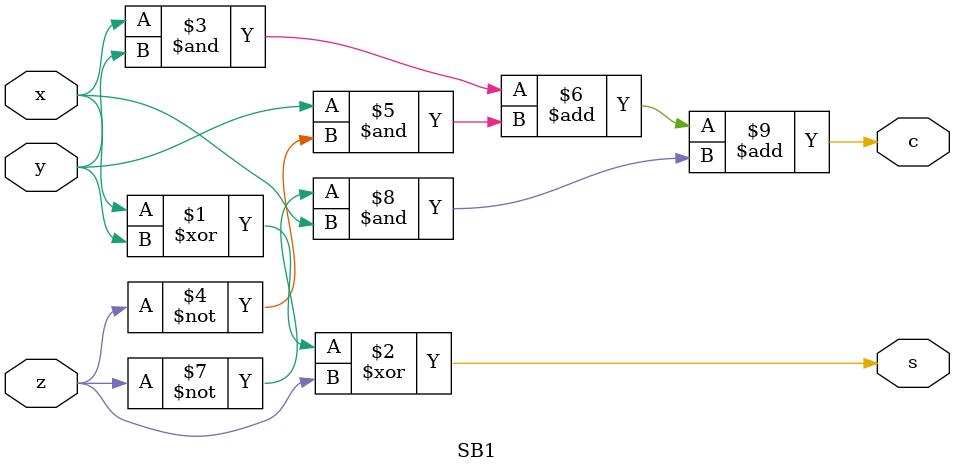
<source format=v>
`timescale 1ns / 1ps

module signed_arrayMul(a,b,s
    );
input [3:0] a,b;
output [7:0] s;

wire c1,c2,c3,c4,c5,c6,c7,c8,c9,c10,c11;
wire s1,s2,s3,s4,s5,s6;
wire p00,p10,p20,p30,p01,p11,p21,p31,p02,p12,p22,p32,p03,p13,p23,p33;

assign p00 = a[0] & b[0];  assign p01 = a[0] & b[1];
assign p10 = a[1] & b[0];  assign p11 = a[1] & b[1];
assign p20 = a[2] & b[0];  assign p21 = a[2] & b[1];
assign p30 = a[3] & b[0];  assign p31 = a[3] & b[1];

assign p02 = a[0] & b[2];  assign p03 = a[0] & b[3];
assign p12 = a[1] & b[2];  assign p13 = a[1] & b[3];
assign p22 = a[2] & b[2];  assign p23 = a[2] & b[3];
assign p32 = a[3] & b[2];  assign p33 = a[3] & b[3];

assign s[0] = p00;

fa m1(p10,1'b0,p01,s[1],c1);
fa m2(p20,1'b0,p11,s1,c2);
SB1 m3(p30,1'b0,p21,s2,c3);

fa m12(s1,c1,p02,s[2],c4);
SB1 m4(s2,c2,p12,s3,c5);
SB1 m5(p31,c3,p22,s4,c6);

SB2 m6(s3,c4,p03,s[3],c7);
SB2 m7(s4,c5,p13,s5,c8);
SB2 m8(p32,c6,p23,s6,c9);

SB1 m9(s5,c7,1'b0,s[4],c10);
SB1 m10(s6,c8,c10,s[5],c11);
SB1 m11(p33,c9,c11,s[6],s[7]);
endmodule

module SB2(x,z,y,s,c
    );
input x,y,z;
output s,c;
wire [1:0] s1;
//assign s1 = ( y -x - z);
//assign s = s1 % 2;
//assign s = (~x & ~y & z) + (~x & y & ~z) + (x & ~y & ~z) + (x & y & z);
assign s = x ^ y ^ z;
//assign c = (s1 + s)>>1;
assign c = (x & y) + (y & ~z) + (~z & x);
endmodule

module SB1(z,y,x,s,c
    );
input x,y,z;
output s,c;
wire [1:0] s1;
//assign s1 = ( y -x - z);
//assign s = s1 % 2;
//assign s = (~x & ~y & z) + (~x & y & ~z) + (x & ~y & ~z) + (x & y & z);
assign s = x ^ y ^ z;
//assign c = (s1 + s)>>1;
assign c = (x & y) + (y & ~z) + (~z & x);
endmodule


</source>
